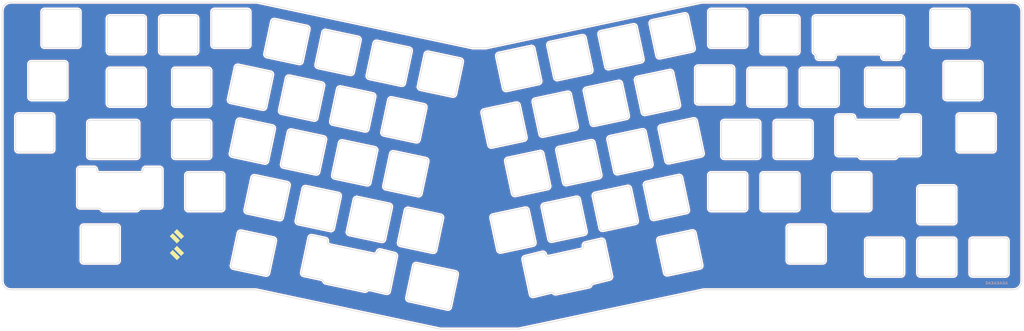
<source format=kicad_pcb>
(kicad_pcb (version 20171130) (host pcbnew 5.1.10-88a1d61d58~90~ubuntu21.04.1)
  (layers (0 F.Cu signal) (31 B.Cu signal) (34 B.Paste user) (35 F.Paste user) (36 B.SilkS user) (37 F.SilkS user) (38 B.Mask user) (39 F.Mask user) (44 Edge.Cuts user))
  (net 0 "")
  (module basketweave:logo_plate (layer B.Cu) (at 88.8492 130.1496 180)
    (fp_text reference G*** hide)
    (fp_text value LOGO hide)
  )
  (gr_arc (start 320.524504 60.387507) (end 319.524504 60.387507) (angle -90) (layer Edge.Cuts) (width 0.2))
  (gr_line (start 351.4875 58.387506) (end 351.4875 46.3875) (layer Edge.Cuts) (width 0.2))
  (gr_arc (start 319.4375 58.3875) (end 318.4375 58.3875) (angle -62.83851153) (layer Edge.Cuts) (width 0.2))
  (gr_arc (start 344.400517 60.387507) (end 343.400517 60.387507) (angle -90) (layer Edge.Cuts) (width 0.2))
  (gr_arc (start 351.4005 60.166952) (end 350.4005 60.166952) (angle 62.83851153) (layer Edge.Cuts) (width 0.2))
  (gr_arc (start 350.4875 58.387506) (end 351.4875 58.387506) (angle 62.83851153) (layer Edge.Cuts) (width 0.2))
  (gr_line (start 350.482515 45.387499) (end 319.432509 45.387499) (layer Edge.Cuts) (width 0.2))
  (gr_arc (start 349.40052 60.387507) (end 349.40052 61.387508) (angle -90) (layer Edge.Cuts) (width 0.2))
  (gr_line (start 344.400517 61.387508) (end 349.40052 61.387508) (layer Edge.Cuts) (width 0.2))
  (gr_arc (start 319.4375 46.3875) (end 319.4375 45.3875) (angle -90) (layer Edge.Cuts) (width 0.2))
  (gr_arc (start 325.524507 60.387507) (end 325.524507 61.387508) (angle -90) (layer Edge.Cuts) (width 0.2))
  (gr_arc (start 350.487499 46.3875) (end 351.4875 46.3875) (angle -90) (layer Edge.Cuts) (width 0.2))
  (gr_line (start 320.524504 61.387508) (end 325.524507 61.387508) (layer Edge.Cuts) (width 0.2))
  (gr_line (start 350.4005 60.166952) (end 350.400521 60.387507) (layer Edge.Cuts) (width 0.2))
  (gr_arc (start 342.400516 60.387507) (end 343.400517 60.387507) (angle -90) (layer Edge.Cuts) (width 0.2))
  (gr_arc (start 318.5245 60.166946) (end 319.5245 60.166946) (angle -62.83851153) (layer Edge.Cuts) (width 0.2))
  (gr_line (start 327.524508 59.387507) (end 342.400516 59.387507) (layer Edge.Cuts) (width 0.2))
  (gr_arc (start 327.524508 60.387507) (end 327.524508 59.387507) (angle -90) (layer Edge.Cuts) (width 0.2))
  (gr_arc (start 312.3875 46.3875) (end 313.3875 46.3875) (angle -90) (layer Edge.Cuts) (width 0.2))
  (gr_line (start 318.4375 46.3875) (end 318.4375 58.3875) (layer Edge.Cuts) (width 0.2))
  (gr_line (start 319.5245 60.166946) (end 319.524504 60.387507) (layer Edge.Cuts) (width 0.2))
  (gr_text JLCJLCJLCJLC (at 389.5598 142.7734) (layer B.SilkS) (effects (font (size 0.8 0.8)) (justify left mirror)))
  (gr_arc (start 28.9275 82.10625) (end 28.9275 81.10625) (angle -90) (layer Edge.Cuts) (width 0.2))
  (gr_arc (start 28.9275 94.10625) (end 27.9275 94.10625) (angle -90) (layer Edge.Cuts) (width 0.2))
  (gr_line (start 28.9275 81.10625) (end 40.9275 81.10625) (layer Edge.Cuts) (width 0.2))
  (gr_line (start 40.9275 95.10625) (end 28.9275 95.10625) (layer Edge.Cuts) (width 0.2))
  (gr_arc (start 40.9275 94.10625) (end 40.9275 95.10625) (angle -90) (layer Edge.Cuts) (width 0.2))
  (gr_line (start 41.9275 82.10625) (end 41.9275 94.10625) (layer Edge.Cuts) (width 0.2))
  (gr_arc (start 40.9275 82.10625) (end 41.9275 82.10625) (angle -90) (layer Edge.Cuts) (width 0.2))
  (gr_line (start 27.9275 94.10625) (end 27.9275 82.10625) (layer Edge.Cuts) (width 0.2))
  (gr_arc (start 45.6875 63.05625) (end 46.6875 63.05625) (angle -90) (layer Edge.Cuts) (width 0.2))
  (gr_arc (start 33.6875 75.05625) (end 32.6875 75.05625) (angle -90) (layer Edge.Cuts) (width 0.2))
  (gr_line (start 45.6875 76.05625) (end 33.6875 76.05625) (layer Edge.Cuts) (width 0.2))
  (gr_line (start 32.6875 75.05625) (end 32.6875 63.05625) (layer Edge.Cuts) (width 0.2))
  (gr_line (start 46.6875 63.05625) (end 46.6875 75.05625) (layer Edge.Cuts) (width 0.2))
  (gr_arc (start 33.6875 63.05625) (end 33.6875 62.05625) (angle -90) (layer Edge.Cuts) (width 0.2))
  (gr_arc (start 45.6875 75.05625) (end 45.6875 76.05625) (angle -90) (layer Edge.Cuts) (width 0.2))
  (gr_line (start 33.6875 62.05625) (end 45.6875 62.05625) (layer Edge.Cuts) (width 0.2))
  (gr_line (start 380.0625 63.05625) (end 380.0625 75.05625) (layer Edge.Cuts) (width 0.2))
  (gr_arc (start 379.0625 75.05625) (end 379.0625 76.05625) (angle -90) (layer Edge.Cuts) (width 0.2))
  (gr_line (start 379.0625 76.05625) (end 367.0625 76.05625) (layer Edge.Cuts) (width 0.2))
  (gr_arc (start 379.0625 63.05625) (end 380.0625 63.05625) (angle -90) (layer Edge.Cuts) (width 0.2))
  (gr_arc (start 367.0625 63.05625) (end 367.0625 62.05625) (angle -90) (layer Edge.Cuts) (width 0.2))
  (gr_line (start 367.0625 62.05625) (end 379.0625 62.05625) (layer Edge.Cuts) (width 0.2))
  (gr_arc (start 367.0625 75.05625) (end 366.0625 75.05625) (angle -90) (layer Edge.Cuts) (width 0.2))
  (gr_line (start 366.0625 75.05625) (end 366.0625 63.05625) (layer Edge.Cuts) (width 0.2))
  (gr_line (start 174.042718 135.61229) (end 188.110514 138.58875) (layer Edge.Cuts) (width 0.2))
  (gr_line (start 262.550733 126.213914) (end 274.308691 123.72975) (layer Edge.Cuts) (width 0.2))
  (gr_arc (start 223.127232 147.182058) (end 223.870377 146.512927) (angle -60) (layer Edge.Cuts) (width 0.2))
  (gr_arc (start 216.374249 146.778756) (end 215.396102 146.986669) (angle -90) (layer Edge.Cuts) (width 0.2))
  (gr_line (start 264.275437 139.137745) (end 261.780497 127.399974) (layer Edge.Cuts) (width 0.2))
  (gr_line (start 185.199748 152.366756) (end 171.131956 149.306356) (layer Edge.Cuts) (width 0.2))
  (gr_arc (start 139.152879 142.489215) (end 140.103936 142.180198) (angle -60) (layer Edge.Cuts) (width 0.2))
  (gr_arc (start 235.6604 129.066989) (end 235.452488 128.08884) (angle -90) (layer Edge.Cuts) (width 0.2))
  (gr_arc (start 173.834807 136.590438) (end 174.042718 135.61229) (angle -90) (layer Edge.Cuts) (width 0.2))
  (gr_line (start 188.88075 139.77481) (end 186.385808 151.59652) (layer Edge.Cuts) (width 0.2))
  (gr_line (start 277.219454 137.423814) (end 265.461496 139.907981) (layer Edge.Cuts) (width 0.2))
  (gr_line (start 170.36172 148.120298) (end 172.85666 136.382527) (layer Edge.Cuts) (width 0.2))
  (gr_arc (start 171.339867 148.328209) (end 170.36172 148.120298) (angle -90) (layer Edge.Cuts) (width 0.2))
  (gr_arc (start 277.011543 136.445667) (end 277.219454 137.423814) (angle -90) (layer Edge.Cuts) (width 0.2))
  (gr_line (start 245.093662 140.263905) (end 242.39081 127.547986) (layer Edge.Cuts) (width 0.2))
  (gr_line (start 275.49475 124.499985) (end 277.98969 136.237756) (layer Edge.Cuts) (width 0.2))
  (gr_arc (start 262.758644 127.192062) (end 262.550733 126.213914) (angle -90) (layer Edge.Cuts) (width 0.2))
  (gr_arc (start 221.947181 132.067705) (end 220.969033 132.275618) (angle -90) (layer Edge.Cuts) (width 0.2))
  (gr_arc (start 185.40766 151.388608) (end 185.199748 152.366756) (angle -90) (layer Edge.Cuts) (width 0.2))
  (gr_arc (start 265.253585 138.929833) (end 264.275437 139.137745) (angle -90) (layer Edge.Cuts) (width 0.2))
  (gr_arc (start 219.990886 132.48353) (end 220.969033 132.275618) (angle -90) (layer Edge.Cuts) (width 0.2))
  (gr_arc (start 274.516603 124.707897) (end 275.49475 124.499985) (angle -90) (layer Edge.Cuts) (width 0.2))
  (gr_arc (start 187.902602 139.566898) (end 188.88075 139.77481) (angle -90) (layer Edge.Cuts) (width 0.2))
  (gr_arc (start 236.621299 143.298611) (end 236.82921 144.276759) (angle -60) (layer Edge.Cuts) (width 0.2))
  (gr_arc (start 141.054991 141.871181) (end 140.103936 142.180198) (angle -60) (layer Edge.Cuts) (width 0.2))
  (gr_arc (start 224.613521 145.843797) (end 223.870377 146.512927) (angle -60) (layer Edge.Cuts) (width 0.2))
  (gr_arc (start 163.137602 145.653518) (end 162.92969 146.631666) (angle -90) (layer Edge.Cuts) (width 0.2))
  (gr_arc (start 213.671398 134.062838) (end 213.463486 133.084691) (angle -90) (layer Edge.Cuts) (width 0.2))
  (gr_arc (start 140.602884 127.462313) (end 141.581031 127.670225) (angle -90) (layer Edge.Cuts) (width 0.2))
  (gr_line (start 215.396102 146.986669) (end 212.69325 134.27075) (layer Edge.Cuts) (width 0.2))
  (gr_line (start 216.582162 147.756903) (end 222.91932 146.20391) (layer Edge.Cuts) (width 0.2))
  (gr_arc (start 133.009294 139.138673) (end 132.031146 138.930762) (angle -90) (layer Edge.Cuts) (width 0.2))
  (gr_line (start 235.452488 128.08884) (end 241.20475 126.77775) (layer Edge.Cuts) (width 0.2))
  (gr_line (start 162.92969 146.631666) (end 156.899964 145.234235) (layer Edge.Cuts) (width 0.2))
  (gr_arc (start 158.634103 131.225031) (end 158.426191 132.203179) (angle -90) (layer Edge.Cuts) (width 0.2))
  (gr_arc (start 238.523411 143.916646) (end 238.3155 142.9385) (angle -60) (layer Edge.Cuts) (width 0.2))
  (gr_line (start 140.810795 126.484165) (end 135.920057 125.444607) (layer Edge.Cuts) (width 0.2))
  (gr_line (start 238.3155 142.9385) (end 244.323425 141.449966) (layer Edge.Cuts) (width 0.2))
  (gr_arc (start 156.692053 146.212381) (end 156.899964 145.234235) (angle -60) (layer Edge.Cuts) (width 0.2))
  (gr_line (start 132.801382 140.116821) (end 139.360791 141.511067) (layer Edge.Cuts) (width 0.2))
  (gr_arc (start 155.205763 144.874121) (end 154.997851 145.852269) (angle -60) (layer Edge.Cuts) (width 0.2))
  (gr_arc (start 241.412662 127.755898) (end 242.39081 127.547986) (angle -90) (layer Edge.Cuts) (width 0.2))
  (gr_arc (start 165.752817 132.9376) (end 166.730965 133.145511) (angle -90) (layer Edge.Cuts) (width 0.2))
  (gr_line (start 154.997851 145.852269) (end 140.84708 142.849328) (layer Edge.Cuts) (width 0.2))
  (gr_line (start 132.031146 138.930762) (end 134.733998 126.214843) (layer Edge.Cuts) (width 0.2))
  (gr_line (start 222.155094 133.045853) (end 233.912016 130.460961) (layer Edge.Cuts) (width 0.2))
  (gr_arc (start 233.704105 129.482812) (end 233.912016 130.460961) (angle -90) (layer Edge.Cuts) (width 0.2))
  (gr_line (start 236.82921 144.276759) (end 224.821433 146.821944) (layer Edge.Cuts) (width 0.2))
  (gr_line (start 165.960728 131.959452) (end 160.79831 130.662706) (layer Edge.Cuts) (width 0.2))
  (gr_arc (start 135.712146 126.422755) (end 135.920057 125.444607) (angle -90) (layer Edge.Cuts) (width 0.2))
  (gr_line (start 142.351267 128.856284) (end 158.426191 132.203179) (layer Edge.Cuts) (width 0.2))
  (gr_line (start 164.11575 145.86143) (end 166.730965 133.145511) (layer Edge.Cuts) (width 0.2))
  (gr_arc (start 244.115513 140.471817) (end 244.323425 141.449966) (angle -90) (layer Edge.Cuts) (width 0.2))
  (gr_line (start 219.782974 131.505383) (end 213.463486 133.084691) (layer Edge.Cuts) (width 0.2))
  (gr_arc (start 142.559179 127.878136) (end 141.581031 127.670225) (angle -90) (layer Edge.Cuts) (width 0.2))
  (gr_arc (start 160.590398 131.640854) (end 160.79831 130.662706) (angle -90) (layer Edge.Cuts) (width 0.2))
  (gr_arc (start 168.312943 128.209228) (end 167.334796 128.001317) (angle -90) (layer Edge.Cuts) (width 0.2))
  (gr_arc (start 334.68025 82.4875) (end 333.68025 82.4875) (angle -90) (layer Edge.Cuts) (width 0.2))
  (gr_line (start 80.33125 115.5375) (end 73.625301 115.537501) (layer Edge.Cuts) (width 0.2))
  (gr_arc (start 56.45525 101.5375) (end 57.45525 101.5375) (angle -90) (layer Edge.Cuts) (width 0.2))
  (gr_arc (start 58.45525 101.5375) (end 57.45525 101.5375) (angle -90) (layer Edge.Cuts) (width 0.2))
  (gr_line (start 56.45525 100.5375) (end 51.45525 100.5375) (layer Edge.Cuts) (width 0.2))
  (gr_line (start 332.68025 81.4875) (end 327.68025 81.4875) (layer Edge.Cuts) (width 0.2))
  (gr_arc (start 51.45525 101.5375) (end 51.45525 100.5375) (angle -90) (layer Edge.Cuts) (width 0.2))
  (gr_arc (start 327.68025 95.4875) (end 326.68025 95.4875) (angle -90) (layer Edge.Cuts) (width 0.2))
  (gr_line (start 50.45525 114.5375) (end 50.45525 101.5375) (layer Edge.Cuts) (width 0.2))
  (gr_line (start 80.33125 100.5375) (end 75.33125 100.5375) (layer Edge.Cuts) (width 0.2))
  (gr_arc (start 351.55625 82.4875) (end 351.55625 81.4875) (angle -90) (layer Edge.Cuts) (width 0.2))
  (gr_arc (start 80.33125 101.5375) (end 81.33125 101.5375) (angle -90) (layer Edge.Cuts) (width 0.2))
  (gr_line (start 81.33125 114.5375) (end 81.33125 101.5375) (layer Edge.Cuts) (width 0.2))
  (gr_arc (start 73.625301 116.537501) (end 73.625301 115.537501) (angle -60) (layer Edge.Cuts) (width 0.2))
  (gr_arc (start 332.68025 82.4875) (end 333.68025 82.4875) (angle -90) (layer Edge.Cuts) (width 0.2))
  (gr_arc (start 59.89325 115.537501) (end 59.027225 116.037501) (angle -60) (layer Edge.Cuts) (width 0.2))
  (gr_arc (start 73.33125 101.5375) (end 73.33125 102.537501) (angle -90) (layer Edge.Cuts) (width 0.2))
  (gr_line (start 327.68025 96.4875) (end 334.3862 96.487501) (layer Edge.Cuts) (width 0.2))
  (gr_arc (start 71.89325 115.537501) (end 71.89325 116.537501) (angle -60) (layer Edge.Cuts) (width 0.2))
  (gr_line (start 357.55625 95.4875) (end 357.55625 82.4875) (layer Edge.Cuts) (width 0.2))
  (gr_arc (start 58.1612 116.537501) (end 59.027225 116.037501) (angle -60) (layer Edge.Cuts) (width 0.2))
  (gr_arc (start 80.33125 114.5375) (end 80.33125 115.5375) (angle -90) (layer Edge.Cuts) (width 0.2))
  (gr_arc (start 75.33125 101.5375) (end 75.33125 100.5375) (angle -90) (layer Edge.Cuts) (width 0.2))
  (gr_arc (start 51.45525 114.5375) (end 50.45525 114.5375) (angle -90) (layer Edge.Cuts) (width 0.2))
  (gr_line (start 51.45525 115.5375) (end 58.1612 115.537501) (layer Edge.Cuts) (width 0.2))
  (gr_poly (pts (xy 86.6775 123.22175) (xy 89.2175 125.76175) (xy 88.2015 126.77775) (xy 85.6615 124.23775)) (layer F.SilkS) (width 0.1))
  (gr_poly (pts (xy 85.1535 124.74575) (xy 87.6935 127.28575) (xy 86.6775 128.30175) (xy 84.1375 125.76175)) (layer F.SilkS) (width 0.1))
  (gr_poly (pts (xy 88.2015 132.87375) (xy 85.6615 130.33375) (xy 86.6775 129.31775) (xy 89.2175 131.85775)) (layer F.SilkS) (width 0.1))
  (gr_poly (pts (xy 86.6775 134.39775) (xy 84.1375 131.85775) (xy 85.1535 130.84175) (xy 87.6935 133.38175)) (layer F.SilkS) (width 0.1))
  (gr_arc (start 168.640727 69.852137) (end 168.432815 70.830285) (angle -90) (layer Edge.Cuts) (width 0.2))
  (gr_arc (start 175.536668 71.317913) (end 174.558521 71.110002) (angle -90) (layer Edge.Cuts) (width 0.2))
  (gr_line (start 172.113816 58.322278) (end 169.618874 70.060048) (layer Edge.Cuts) (width 0.2))
  (gr_arc (start 171.135668 58.114366) (end 172.113816 58.322278) (angle -90) (layer Edge.Cuts) (width 0.2))
  (gr_line (start 174.558521 71.110002) (end 177.053461 59.372231) (layer Edge.Cuts) (width 0.2))
  (gr_line (start 168.432815 70.830285) (end 156.695045 68.335343) (layer Edge.Cuts) (width 0.2))
  (gr_line (start 155.924809 67.149285) (end 158.419749 55.411514) (layer Edge.Cuts) (width 0.2))
  (gr_arc (start 178.031608 59.580142) (end 178.239519 58.601994) (angle -90) (layer Edge.Cuts) (width 0.2))
  (gr_line (start 178.239519 58.601994) (end 189.977291 61.096935) (layer Edge.Cuts) (width 0.2))
  (gr_line (start 190.747528 62.282995) (end 188.252586 74.020765) (layer Edge.Cuts) (width 0.2))
  (gr_line (start 161.280947 87.763355) (end 163.775887 76.025584) (layer Edge.Cuts) (width 0.2))
  (gr_arc (start 156.902956 67.357196) (end 155.924809 67.149285) (angle -90) (layer Edge.Cuts) (width 0.2))
  (gr_arc (start 187.274439 73.812854) (end 187.066527 74.791002) (angle -90) (layer Edge.Cuts) (width 0.2))
  (gr_arc (start 189.76938 62.075083) (end 190.747528 62.282995) (angle -90) (layer Edge.Cuts) (width 0.2))
  (gr_line (start 173.788953 91.444355) (end 162.051183 88.949413) (layer Edge.Cuts) (width 0.2))
  (gr_line (start 164.961945 75.255347) (end 176.699717 77.750288) (layer Edge.Cuts) (width 0.2))
  (gr_arc (start 164.754034 76.233495) (end 164.961945 75.255347) (angle -90) (layer Edge.Cuts) (width 0.2))
  (gr_arc (start 173.996865 90.466207) (end 173.788953 91.444355) (angle -90) (layer Edge.Cuts) (width 0.2))
  (gr_line (start 159.605807 54.641277) (end 171.343579 57.136218) (layer Edge.Cuts) (width 0.2))
  (gr_arc (start 159.397896 55.619425) (end 159.605807 54.641277) (angle -90) (layer Edge.Cuts) (width 0.2))
  (gr_line (start 187.066527 74.791002) (end 175.328757 72.29606) (layer Edge.Cuts) (width 0.2))
  (gr_arc (start 138.269244 63.396478) (end 137.291097 63.188567) (angle -90) (layer Edge.Cuts) (width 0.2))
  (gr_line (start 153.480104 54.36156) (end 150.985162 66.09933) (layer Edge.Cuts) (width 0.2))
  (gr_line (start 131.165392 62.908849) (end 119.427622 60.413907) (layer Edge.Cuts) (width 0.2))
  (gr_arc (start 119.635533 59.43576) (end 118.657386 59.227849) (angle -90) (layer Edge.Cuts) (width 0.2))
  (gr_line (start 140.972095 50.680559) (end 152.709867 53.1755) (layer Edge.Cuts) (width 0.2))
  (gr_line (start 149.799103 66.869567) (end 138.061333 64.374625) (layer Edge.Cuts) (width 0.2))
  (gr_arc (start 150.007015 65.891419) (end 149.799103 66.869567) (angle -90) (layer Edge.Cuts) (width 0.2))
  (gr_arc (start 133.868245 50.19293) (end 134.846393 50.400842) (angle -90) (layer Edge.Cuts) (width 0.2))
  (gr_line (start 137.291097 63.188567) (end 139.786037 51.450796) (layer Edge.Cuts) (width 0.2))
  (gr_line (start 122.338384 46.719841) (end 134.076156 49.214782) (layer Edge.Cuts) (width 0.2))
  (gr_arc (start 140.764184 51.658707) (end 140.972095 50.680559) (angle -90) (layer Edge.Cuts) (width 0.2))
  (gr_arc (start 152.501956 54.153648) (end 153.480104 54.36156) (angle -90) (layer Edge.Cuts) (width 0.2))
  (gr_arc (start 122.130473 47.697989) (end 122.338384 46.719841) (angle -90) (layer Edge.Cuts) (width 0.2))
  (gr_arc (start 131.373304 61.930701) (end 131.165392 62.908849) (angle -90) (layer Edge.Cuts) (width 0.2))
  (gr_line (start 118.657386 59.227849) (end 121.152326 47.490078) (layer Edge.Cuts) (width 0.2))
  (gr_line (start 134.846393 50.400842) (end 132.351451 62.138612) (layer Edge.Cuts) (width 0.2))
  (gr_arc (start 238.489857 84.446427) (end 237.511709 84.654339) (angle -90) (layer Edge.Cuts) (width 0.2))
  (gr_arc (start 259.984766 48.133868) (end 259.776855 47.15572) (angle -90) (layer Edge.Cuts) (width 0.2))
  (gr_line (start 242.867848 64.040268) (end 240.372908 52.302497) (layer Edge.Cuts) (width 0.2))
  (gr_line (start 217.153294 75.691226) (end 228.891065 73.196286) (layer Edge.Cuts) (width 0.2))
  (gr_arc (start 235.994916 72.708656) (end 235.787005 71.730508) (angle -90) (layer Edge.Cuts) (width 0.2))
  (gr_line (start 222.509432 55.077155) (end 234.247203 52.582215) (layer Edge.Cuts) (width 0.2))
  (gr_arc (start 222.717343 56.055303) (end 222.509432 55.077155) (angle -90) (layer Edge.Cuts) (width 0.2))
  (gr_line (start 259.776855 47.15572) (end 271.514626 44.66078) (layer Edge.Cuts) (width 0.2))
  (gr_line (start 218.524254 70.236999) (end 206.786483 72.73194) (layer Edge.Cuts) (width 0.2))
  (gr_arc (start 206.578572 71.753792) (end 205.600424 71.961704) (angle -90) (layer Edge.Cuts) (width 0.2))
  (gr_line (start 255.791678 62.315563) (end 244.053907 64.810504) (layer Edge.Cuts) (width 0.2))
  (gr_line (start 256.145421 80.693621) (end 253.650481 68.95585) (layer Edge.Cuts) (width 0.2))
  (gr_arc (start 225.212284 67.793074) (end 224.234136 68.000986) (angle -90) (layer Edge.Cuts) (width 0.2))
  (gr_line (start 216.79955 57.313169) (end 219.29449 69.05094) (layer Edge.Cuts) (width 0.2))
  (gr_arc (start 274.217478 57.376699) (end 274.425389 58.354846) (angle -90) (layer Edge.Cuts) (width 0.2))
  (gr_arc (start 217.361205 76.669374) (end 217.153294 75.691226) (angle -90) (layer Edge.Cuts) (width 0.2))
  (gr_line (start 261.501559 60.079551) (end 259.006619 48.34178) (layer Edge.Cuts) (width 0.2))
  (gr_arc (start 257.123569 80.485709) (end 256.145421 80.693621) (angle -90) (layer Edge.Cuts) (width 0.2))
  (gr_line (start 254.066974 49.391733) (end 256.561914 61.129504) (layer Edge.Cuts) (width 0.2))
  (gr_arc (start 218.316343 69.258852) (end 218.524254 70.236999) (angle -90) (layer Edge.Cuts) (width 0.2))
  (gr_arc (start 262.479707 59.871639) (end 261.501559 60.079551) (angle -90) (layer Edge.Cuts) (width 0.2))
  (gr_arc (start 391.31875 43.65625) (end 394.49375 43.65625) (angle -90) (layer Edge.Cuts) (width 0.2))
  (gr_arc (start 26.19375 43.65625) (end 26.19375 40.48125) (angle -90) (layer Edge.Cuts) (width 0.2))
  (gr_line (start 182.5625 159.54375) (end 211.1375 159.54375) (layer Edge.Cuts) (width 0.2))
  (gr_line (start 248.710835 70.005804) (end 251.205775 81.743575) (layer Edge.Cuts) (width 0.2))
  (gr_arc (start 201.222434 92.367862) (end 200.244286 92.575774) (angle -90) (layer Edge.Cuts) (width 0.2))
  (gr_line (start 213.168116 90.851069) (end 201.430345 93.34601) (layer Edge.Cuts) (width 0.2))
  (gr_arc (start 243.845996 63.832356) (end 242.867848 64.040268) (angle -90) (layer Edge.Cuts) (width 0.2))
  (gr_line (start 231.801828 86.890352) (end 220.064057 89.385293) (layer Edge.Cuts) (width 0.2))
  (gr_arc (start 215.821403 57.521081) (end 216.79955 57.313169) (angle -90) (layer Edge.Cuts) (width 0.2))
  (gr_arc (start 234.455115 53.560363) (end 235.433262 53.352451) (angle -90) (layer Edge.Cuts) (width 0.2))
  (gr_line (start 218.877998 88.615057) (end 216.383058 76.877286) (layer Edge.Cuts) (width 0.2))
  (gr_arc (start 198.727493 80.630091) (end 198.519582 79.651943) (angle -90) (layer Edge.Cuts) (width 0.2))
  (gr_arc (start 266.3664 66.252998) (end 267.344547 66.045086) (angle -90) (layer Edge.Cuts) (width 0.2))
  (gr_line (start 198.519582 79.651943) (end 210.257353 77.157003) (layer Edge.Cuts) (width 0.2))
  (gr_line (start 211.443412 77.927239) (end 213.938352 89.66501) (layer Edge.Cuts) (width 0.2))
  (gr_arc (start 231.593917 85.912205) (end 231.801828 86.890352) (angle -90) (layer Edge.Cuts) (width 0.2))
  (gr_arc (start 210.465265 78.135151) (end 211.443412 77.927239) (angle -90) (layer Edge.Cuts) (width 0.2))
  (gr_line (start 200.244286 92.575774) (end 197.749346 80.838003) (layer Edge.Cuts) (width 0.2))
  (gr_line (start 272.700685 45.431016) (end 275.195625 57.168787) (layer Edge.Cuts) (width 0.2))
  (gr_arc (start 271.722538 45.638928) (end 272.700685 45.431016) (angle -90) (layer Edge.Cuts) (width 0.2))
  (gr_line (start 230.077124 73.966522) (end 232.572064 85.704293) (layer Edge.Cuts) (width 0.2))
  (gr_arc (start 212.960205 89.872922) (end 213.168116 90.851069) (angle -90) (layer Edge.Cuts) (width 0.2))
  (gr_line (start 241.143144 51.116437) (end 252.880915 48.621497) (layer Edge.Cuts) (width 0.2))
  (gr_arc (start 255.583767 61.337416) (end 255.791678 62.315563) (angle -90) (layer Edge.Cuts) (width 0.2))
  (gr_arc (start 241.351055 52.094585) (end 241.143144 51.116437) (angle -90) (layer Edge.Cuts) (width 0.2))
  (gr_arc (start 250.227628 81.951487) (end 250.435539 82.929634) (angle -90) (layer Edge.Cuts) (width 0.2))
  (gr_arc (start 236.950055 65.298134) (end 237.157966 66.276281) (angle -90) (layer Edge.Cuts) (width 0.2))
  (gr_line (start 224.234136 68.000986) (end 221.739196 56.263215) (layer Edge.Cuts) (width 0.2))
  (gr_line (start 203.87572 59.037873) (end 215.613491 56.542933) (layer Edge.Cuts) (width 0.2))
  (gr_arc (start 219.856146 88.407145) (end 218.877998 88.615057) (angle -90) (layer Edge.Cuts) (width 0.2))
  (gr_line (start 250.435539 82.929634) (end 238.697768 85.424575) (layer Edge.Cuts) (width 0.2))
  (gr_line (start 235.433262 53.352451) (end 237.928202 65.090222) (layer Edge.Cuts) (width 0.2))
  (gr_arc (start 204.083631 60.016021) (end 203.87572 59.037873) (angle -90) (layer Edge.Cuts) (width 0.2))
  (gr_line (start 237.157966 66.276281) (end 225.420195 68.771222) (layer Edge.Cuts) (width 0.2))
  (gr_line (start 205.600424 71.961704) (end 203.105484 60.223933) (layer Edge.Cuts) (width 0.2))
  (gr_line (start 391.31875 145.25625) (end 278.60625 145.25625) (layer Edge.Cuts) (width 0.2))
  (gr_arc (start 391.31875 142.08125) (end 391.31875 145.25625) (angle -90) (layer Edge.Cuts) (width 0.2))
  (gr_line (start 274.425389 58.354846) (end 262.687618 60.849787) (layer Edge.Cuts) (width 0.2))
  (gr_arc (start 229.098977 74.174434) (end 230.077124 73.966522) (angle -90) (layer Edge.Cuts) (width 0.2))
  (gr_line (start 237.511709 84.654339) (end 235.016769 72.916568) (layer Edge.Cuts) (width 0.2))
  (gr_line (start 235.787005 71.730508) (end 247.524776 69.235568) (layer Edge.Cuts) (width 0.2))
  (gr_arc (start 253.088827 49.599645) (end 254.066974 49.391733) (angle -90) (layer Edge.Cuts) (width 0.2))
  (gr_arc (start 247.732688 70.213716) (end 248.710835 70.005804) (angle -90) (layer Edge.Cuts) (width 0.2))
  (gr_line (start 357.5375 126.35) (end 369.5375 126.35) (layer Edge.Cuts) (width 0.2))
  (gr_arc (start 388.5375 127.35) (end 389.5375 127.35) (angle -90) (layer Edge.Cuts) (width 0.2))
  (gr_arc (start 369.5375 139.35) (end 369.5375 140.35) (angle -90) (layer Edge.Cuts) (width 0.2))
  (gr_line (start 26.19375 145.25625) (end 115.443 145.25625) (layer Edge.Cuts) (width 0.2))
  (gr_line (start 391.31875 40.48125) (end 277.8125 40.48125) (layer Edge.Cuts) (width 0.2))
  (gr_arc (start 357.5375 139.35) (end 356.5375 139.35) (angle -90) (layer Edge.Cuts) (width 0.2))
  (gr_arc (start 369.5375 127.35) (end 370.5375 127.35) (angle -90) (layer Edge.Cuts) (width 0.2))
  (gr_line (start 370.5375 127.35) (end 370.5375 139.35) (layer Edge.Cuts) (width 0.2))
  (gr_line (start 199.23125 57.15) (end 194.46875 57.15) (layer Edge.Cuts) (width 0.2))
  (gr_arc (start 357.5375 127.35) (end 357.5375 126.35) (angle -90) (layer Edge.Cuts) (width 0.2))
  (gr_line (start 23.01875 43.65625) (end 23.01875 142.08125) (layer Edge.Cuts) (width 0.2))
  (gr_line (start 388.5375 140.35) (end 376.5375 140.35) (layer Edge.Cuts) (width 0.2))
  (gr_line (start 369.5375 140.35) (end 357.5375 140.35) (layer Edge.Cuts) (width 0.2))
  (gr_arc (start 388.5375 139.35) (end 388.5375 140.35) (angle -90) (layer Edge.Cuts) (width 0.2))
  (gr_arc (start 350.4875 127.35) (end 351.4875 127.35) (angle -90) (layer Edge.Cuts) (width 0.2))
  (gr_line (start 278.60625 145.25625) (end 211.1375 159.54375) (layer Edge.Cuts) (width 0.2))
  (gr_line (start 115.443 145.25625) (end 182.5625 159.54375) (layer Edge.Cuts) (width 0.2))
  (gr_line (start 277.8125 40.48125) (end 199.23125 57.15) (layer Edge.Cuts) (width 0.2))
  (gr_arc (start 26.19375 142.08125) (end 23.01875 142.08125) (angle -90) (layer Edge.Cuts) (width 0.2))
  (gr_line (start 115.8875 40.48125) (end 194.46875 57.15) (layer Edge.Cuts) (width 0.2))
  (gr_line (start 376.5375 126.35) (end 388.5375 126.35) (layer Edge.Cuts) (width 0.2))
  (gr_line (start 26.19375 40.48125) (end 115.8875 40.48125) (layer Edge.Cuts) (width 0.2))
  (gr_line (start 375.5375 139.35) (end 375.5375 127.35) (layer Edge.Cuts) (width 0.2))
  (gr_arc (start 376.5375 139.35) (end 375.5375 139.35) (angle -90) (layer Edge.Cuts) (width 0.2))
  (gr_line (start 394.49375 43.65625) (end 394.49375 142.08125) (layer Edge.Cuts) (width 0.2))
  (gr_line (start 389.5375 127.35) (end 389.5375 139.35) (layer Edge.Cuts) (width 0.2))
  (gr_arc (start 376.5375 127.35) (end 376.5375 126.35) (angle -90) (layer Edge.Cuts) (width 0.2))
  (gr_line (start 356.5375 139.35) (end 356.5375 127.35) (layer Edge.Cuts) (width 0.2))
  (gr_arc (start 177.189517 98.352327) (end 178.167665 98.560239) (angle -90) (layer Edge.Cuts) (width 0.2))
  (gr_arc (start 162.956805 107.595157) (end 161.978658 107.387246) (angle -90) (layer Edge.Cuts) (width 0.2))
  (gr_arc (start 149.679231 124.24851) (end 148.701084 124.040599) (angle -90) (layer Edge.Cuts) (width 0.2))
  (gr_arc (start 174.694576 110.090098) (end 174.486664 111.068246) (angle -90) (layer Edge.Cuts) (width 0.2))
  (gr_line (start 161.20909 127.721599) (end 149.47132 125.226657) (layer Edge.Cuts) (width 0.2))
  (gr_line (start 115.114658 103.611156) (end 126.85243 106.106097) (layer Edge.Cuts) (width 0.2))
  (gr_arc (start 124.149578 118.822016) (end 123.941666 119.800164) (angle -90) (layer Edge.Cuts) (width 0.2))
  (gr_line (start 159.533953 94.599522) (end 157.039011 106.337292) (layer Edge.Cuts) (width 0.2))
  (gr_arc (start 109.932584 124.775825) (end 110.140495 123.797677) (angle -90) (layer Edge.Cuts) (width 0.2))
  (gr_arc (start 119.175415 139.008537) (end 118.967503 139.986685) (angle -90) (layer Edge.Cuts) (width 0.2))
  (gr_arc (start 121.670356 127.270766) (end 122.648504 127.478678) (angle -90) (layer Edge.Cuts) (width 0.2))
  (gr_line (start 123.941666 119.800164) (end 112.203896 117.305222) (layer Edge.Cuts) (width 0.2))
  (gr_arc (start 161.417002 126.743451) (end 161.20909 127.721599) (angle -90) (layer Edge.Cuts) (width 0.2))
  (gr_line (start 122.648504 127.478678) (end 120.153562 139.216448) (layer Edge.Cuts) (width 0.2))
  (gr_arc (start 107.437644 136.513596) (end 106.459497 136.305685) (angle -90) (layer Edge.Cuts) (width 0.2))
  (gr_line (start 110.140495 123.797677) (end 121.878267 126.292618) (layer Edge.Cuts) (width 0.2))
  (gr_arc (start 114.906747 104.589304) (end 115.114658 103.611156) (angle -90) (layer Edge.Cuts) (width 0.2))
  (gr_arc (start 158.555805 94.39161) (end 159.533953 94.599522) (angle -90) (layer Edge.Cuts) (width 0.2))
  (gr_line (start 161.978658 107.387246) (end 164.473598 95.649475) (layer Edge.Cuts) (width 0.2))
  (gr_line (start 127.622667 107.292157) (end 125.127725 119.029927) (layer Edge.Cuts) (width 0.2))
  (gr_line (start 106.459497 136.305685) (end 108.954437 124.567914) (layer Edge.Cuts) (width 0.2))
  (gr_line (start 171.015794 115.493309) (end 182.753566 117.98825) (layer Edge.Cuts) (width 0.2))
  (gr_line (start 152.382082 111.532591) (end 164.119854 114.027532) (layer Edge.Cuts) (width 0.2))
  (gr_arc (start 144.323093 103.63444) (end 143.344946 103.426529) (angle -90) (layer Edge.Cuts) (width 0.2))
  (gr_arc (start 146.818033 91.896669) (end 147.025944 90.918521) (angle -90) (layer Edge.Cuts) (width 0.2))
  (gr_line (start 133.74837 107.571874) (end 145.486142 110.066815) (layer Edge.Cuts) (width 0.2))
  (gr_arc (start 145.278231 111.044963) (end 146.256379 111.252875) (angle -90) (layer Edge.Cuts) (width 0.2))
  (gr_arc (start 152.174171 112.510739) (end 152.382082 111.532591) (angle -90) (layer Edge.Cuts) (width 0.2))
  (gr_line (start 164.890091 115.213592) (end 162.395149 126.951362) (layer Edge.Cuts) (width 0.2))
  (gr_line (start 142.575378 123.760882) (end 130.837608 121.26594) (layer Edge.Cuts) (width 0.2))
  (gr_line (start 130.067372 120.079882) (end 132.562312 108.342111) (layer Edge.Cuts) (width 0.2))
  (gr_line (start 148.701084 124.040599) (end 151.196024 112.302828) (layer Edge.Cuts) (width 0.2))
  (gr_arc (start 142.78329 122.782734) (end 142.575378 123.760882) (angle -90) (layer Edge.Cuts) (width 0.2))
  (gr_arc (start 165.451745 95.857386) (end 165.659656 94.879238) (angle -90) (layer Edge.Cuts) (width 0.2))
  (gr_arc (start 133.540459 108.550022) (end 133.74837 107.571874) (angle -90) (layer Edge.Cuts) (width 0.2))
  (gr_arc (start 131.045519 120.287793) (end 130.067372 120.079882) (angle -90) (layer Edge.Cuts) (width 0.2))
  (gr_line (start 146.256379 111.252875) (end 143.761437 122.990645) (layer Edge.Cuts) (width 0.2))
  (gr_line (start 165.659656 94.879238) (end 177.397428 97.374179) (layer Edge.Cuts) (width 0.2))
  (gr_arc (start 163.911943 115.00568) (end 164.890091 115.213592) (angle -90) (layer Edge.Cuts) (width 0.2))
  (gr_line (start 111.43366 116.119164) (end 113.9286 104.381393) (layer Edge.Cuts) (width 0.2))
  (gr_arc (start 126.644519 107.084245) (end 127.622667 107.292157) (angle -90) (layer Edge.Cuts) (width 0.2))
  (gr_arc (start 112.411807 116.327075) (end 111.43366 116.119164) (angle -90) (layer Edge.Cuts) (width 0.2))
  (gr_line (start 118.967503 139.986685) (end 107.229733 137.491743) (layer Edge.Cuts) (width 0.2))
  (gr_arc (start 156.060864 106.129381) (end 155.852952 107.107529) (angle -90) (layer Edge.Cuts) (width 0.2))
  (gr_line (start 174.486664 111.068246) (end 162.748894 108.573304) (layer Edge.Cuts) (width 0.2))
  (gr_line (start 178.167665 98.560239) (end 175.672723 110.298009) (layer Edge.Cuts) (width 0.2))
  (gr_arc (start 120.590671 66.846283) (end 121.568819 67.054195) (angle -90) (layer Edge.Cuts) (width 0.2))
  (gr_arc (start 139.224383 70.807001) (end 140.202531 71.014913) (angle -90) (layer Edge.Cuts) (width 0.2))
  (gr_line (start 140.202531 71.014913) (end 137.707589 82.752683) (layer Edge.Cuts) (width 0.2))
  (gr_arc (start 128.184321 87.935951) (end 128.392232 86.957803) (angle -90) (layer Edge.Cuts) (width 0.2))
  (gr_arc (start 139.922093 90.430892) (end 140.900241 90.638804) (angle -90) (layer Edge.Cuts) (width 0.2))
  (gr_arc (start 125.689381 99.673722) (end 124.711234 99.465811) (angle -90) (layer Edge.Cuts) (width 0.2))
  (gr_line (start 140.900241 90.638804) (end 138.405299 102.376574) (layer Edge.Cuts) (width 0.2))
  (gr_line (start 147.025944 90.918521) (end 158.763716 93.413462) (layer Edge.Cuts) (width 0.2))
  (gr_arc (start 118.09573 78.584054) (end 117.887818 79.562202) (angle -90) (layer Edge.Cuts) (width 0.2))
  (gr_arc (start 127.486611 68.31206) (end 127.694522 67.333912) (angle -90) (layer Edge.Cuts) (width 0.2))
  (gr_line (start 124.013524 79.84192) (end 126.508464 68.104149) (layer Edge.Cuts) (width 0.2))
  (gr_line (start 118.585528 99.186093) (end 106.847758 96.691151) (layer Edge.Cuts) (width 0.2))
  (gr_line (start 124.711234 99.465811) (end 127.206174 87.72804) (layer Edge.Cuts) (width 0.2))
  (gr_line (start 155.852952 107.107529) (end 144.115182 104.612587) (layer Edge.Cuts) (width 0.2))
  (gr_line (start 143.344946 103.426529) (end 145.839886 91.688758) (layer Edge.Cuts) (width 0.2))
  (gr_arc (start 143.625383 84.010548) (end 142.647236 83.802637) (angle -90) (layer Edge.Cuts) (width 0.2))
  (gr_line (start 109.75852 82.997085) (end 121.496292 85.492026) (layer Edge.Cuts) (width 0.2))
  (gr_line (start 136.52153 83.52292) (end 124.78376 81.027978) (layer Edge.Cuts) (width 0.2))
  (gr_arc (start 176.491806 78.728436) (end 177.469954 78.936348) (angle -90) (layer Edge.Cuts) (width 0.2))
  (gr_line (start 177.469954 78.936348) (end 174.975012 90.674118) (layer Edge.Cuts) (width 0.2))
  (gr_line (start 155.155242 87.483637) (end 143.417472 84.988695) (layer Edge.Cuts) (width 0.2))
  (gr_arc (start 146.120323 72.272777) (end 146.328234 71.294629) (angle -90) (layer Edge.Cuts) (width 0.2))
  (gr_arc (start 106.357959 76.089113) (end 105.379812 75.881202) (angle -90) (layer Edge.Cuts) (width 0.2))
  (gr_line (start 106.077522 95.505093) (end 108.572462 83.767322) (layer Edge.Cuts) (width 0.2))
  (gr_line (start 127.694522 67.333912) (end 139.432294 69.828853) (layer Edge.Cuts) (width 0.2))
  (gr_arc (start 109.550609 83.975233) (end 109.75852 82.997085) (angle -90) (layer Edge.Cuts) (width 0.2))
  (gr_arc (start 107.055669 95.713004) (end 106.077522 95.505093) (angle -90) (layer Edge.Cuts) (width 0.2))
  (gr_arc (start 155.363154 86.505489) (end 155.155242 87.483637) (angle -90) (layer Edge.Cuts) (width 0.2))
  (gr_line (start 105.379812 75.881202) (end 107.874752 64.143431) (layer Edge.Cuts) (width 0.2))
  (gr_line (start 142.647236 83.802637) (end 145.142176 72.064866) (layer Edge.Cuts) (width 0.2))
  (gr_line (start 117.887818 79.562202) (end 106.150048 77.06726) (layer Edge.Cuts) (width 0.2))
  (gr_line (start 121.568819 67.054195) (end 119.073877 78.791965) (layer Edge.Cuts) (width 0.2))
  (gr_arc (start 121.288381 86.470174) (end 122.266529 86.678086) (angle -90) (layer Edge.Cuts) (width 0.2))
  (gr_line (start 158.836243 74.97563) (end 156.341301 86.7134) (layer Edge.Cuts) (width 0.2))
  (gr_arc (start 136.729442 82.544772) (end 136.52153 83.52292) (angle -90) (layer Edge.Cuts) (width 0.2))
  (gr_line (start 109.06081 63.373194) (end 120.798582 65.868135) (layer Edge.Cuts) (width 0.2))
  (gr_line (start 122.266529 86.678086) (end 119.771587 98.415856) (layer Edge.Cuts) (width 0.2))
  (gr_line (start 128.392232 86.957803) (end 140.130004 89.452744) (layer Edge.Cuts) (width 0.2))
  (gr_line (start 137.21924 103.146811) (end 125.48147 100.651869) (layer Edge.Cuts) (width 0.2))
  (gr_arc (start 137.427152 102.168663) (end 137.21924 103.146811) (angle -90) (layer Edge.Cuts) (width 0.2))
  (gr_arc (start 157.858095 74.767718) (end 158.836243 74.97563) (angle -90) (layer Edge.Cuts) (width 0.2))
  (gr_line (start 146.328234 71.294629) (end 158.066006 73.78957) (layer Edge.Cuts) (width 0.2))
  (gr_arc (start 118.79344 98.207945) (end 118.585528 99.186093) (angle -90) (layer Edge.Cuts) (width 0.2))
  (gr_arc (start 124.991671 80.049831) (end 124.013524 79.84192) (angle -90) (layer Edge.Cuts) (width 0.2))
  (gr_arc (start 162.259094 87.971266) (end 161.280947 87.763355) (angle -90) (layer Edge.Cuts) (width 0.2))
  (gr_arc (start 108.852899 64.351342) (end 109.06081 63.373194) (angle -90) (layer Edge.Cuts) (width 0.2))
  (gr_line (start 216.431123 129.108672) (end 204.693352 131.603613) (layer Edge.Cuts) (width 0.2))
  (gr_arc (start 258.846774 99.595019) (end 259.054685 100.573166) (angle -90) (layer Edge.Cuts) (width 0.2))
  (gr_arc (start 265.742715 98.129242) (end 264.764567 98.337154) (angle -90) (layer Edge.Cuts) (width 0.2))
  (gr_line (start 264.764567 98.337154) (end 262.269627 86.599383) (layer Edge.Cuts) (width 0.2))
  (gr_arc (start 247.109003 102.089959) (end 246.130855 102.297871) (angle -90) (layer Edge.Cuts) (width 0.2))
  (gr_line (start 222.141005 126.87266) (end 219.646065 115.134889) (layer Edge.Cuts) (width 0.2))
  (gr_arc (start 225.98035 94.312906) (end 225.772439 93.334758) (angle -90) (layer Edge.Cuts) (width 0.2))
  (gr_arc (start 221.579351 107.516455) (end 221.787262 108.494602) (angle -90) (layer Edge.Cuts) (width 0.2))
  (gr_arc (start 209.84158 110.011395) (end 208.863432 110.219307) (angle -90) (layer Edge.Cuts) (width 0.2))
  (gr_arc (start 219.084411 95.778684) (end 220.062558 95.570772) (angle -90) (layer Edge.Cuts) (width 0.2))
  (gr_arc (start 277.480486 95.634302) (end 277.688397 96.612449) (angle -90) (layer Edge.Cuts) (width 0.2))
  (gr_line (start 275.963693 83.688619) (end 278.458633 95.42639) (layer Edge.Cuts) (width 0.2))
  (gr_arc (start 244.614062 90.352188) (end 244.406151 89.37404) (angle -90) (layer Edge.Cuts) (width 0.2))
  (gr_line (start 225.772439 93.334758) (end 237.51021 90.839818) (layer Edge.Cuts) (width 0.2))
  (gr_line (start 220.062558 95.570772) (end 222.557498 107.308543) (layer Edge.Cuts) (width 0.2))
  (gr_line (start 208.863432 110.219307) (end 206.368492 98.481536) (layer Edge.Cuts) (width 0.2))
  (gr_line (start 254.420717 67.76979) (end 266.158488 65.27485) (layer Edge.Cuts) (width 0.2))
  (gr_line (start 267.344547 66.045086) (end 269.839487 77.782857) (layer Edge.Cuts) (width 0.2))
  (gr_line (start 263.039863 85.413323) (end 274.777634 82.918383) (layer Edge.Cuts) (width 0.2))
  (gr_line (start 240.420973 104.533884) (end 228.683202 107.028825) (layer Edge.Cuts) (width 0.2))
  (gr_arc (start 237.718122 91.817966) (end 238.696269 91.610054) (angle -90) (layer Edge.Cuts) (width 0.2))
  (gr_arc (start 256.351834 87.857248) (end 257.329981 87.649336) (angle -90) (layer Edge.Cuts) (width 0.2))
  (gr_line (start 238.696269 91.610054) (end 241.191209 103.347825) (layer Edge.Cuts) (width 0.2))
  (gr_arc (start 240.213062 103.555737) (end 240.420973 104.533884) (angle -90) (layer Edge.Cuts) (width 0.2))
  (gr_line (start 207.138728 97.295476) (end 218.876499 94.800536) (layer Edge.Cuts) (width 0.2))
  (gr_line (start 277.688397 96.612449) (end 265.950626 99.10739) (layer Edge.Cuts) (width 0.2))
  (gr_line (start 269.069251 78.968916) (end 257.33148 81.463857) (layer Edge.Cuts) (width 0.2))
  (gr_arc (start 268.86134 77.990769) (end 269.069251 78.968916) (angle -90) (layer Edge.Cuts) (width 0.2))
  (gr_line (start 257.329981 87.649336) (end 259.824921 99.387107) (layer Edge.Cuts) (width 0.2))
  (gr_arc (start 254.628628 68.747938) (end 254.420717 67.76979) (angle -90) (layer Edge.Cuts) (width 0.2))
  (gr_line (start 244.406151 89.37404) (end 256.143922 86.8791) (layer Edge.Cuts) (width 0.2))
  (gr_arc (start 204.485441 130.625465) (end 203.507293 130.833377) (angle -90) (layer Edge.Cuts) (width 0.2))
  (gr_arc (start 213.728272 116.392754) (end 214.706419 116.184842) (angle -90) (layer Edge.Cuts) (width 0.2))
  (gr_line (start 246.130855 102.297871) (end 243.635915 90.5601) (layer Edge.Cuts) (width 0.2))
  (gr_line (start 203.507293 130.833377) (end 201.012353 119.095606) (layer Edge.Cuts) (width 0.2))
  (gr_arc (start 263.247774 86.391471) (end 263.039863 85.413323) (angle -90) (layer Edge.Cuts) (width 0.2))
  (gr_arc (start 216.223212 128.130525) (end 216.431123 129.108672) (angle -90) (layer Edge.Cuts) (width 0.2))
  (gr_line (start 259.054685 100.573166) (end 247.316914 103.068107) (layer Edge.Cuts) (width 0.2))
  (gr_arc (start 228.475291 106.050677) (end 227.497143 106.258589) (angle -90) (layer Edge.Cuts) (width 0.2))
  (gr_line (start 201.782589 117.909546) (end 213.52036 115.414606) (layer Edge.Cuts) (width 0.2))
  (gr_line (start 227.497143 106.258589) (end 225.002203 94.520818) (layer Edge.Cuts) (width 0.2))
  (gr_line (start 214.706419 116.184842) (end 217.201359 127.922613) (layer Edge.Cuts) (width 0.2))
  (gr_line (start 221.787262 108.494602) (end 210.049491 110.989543) (layer Edge.Cuts) (width 0.2))
  (gr_arc (start 207.346639 98.273624) (end 207.138728 97.295476) (angle -90) (layer Edge.Cuts) (width 0.2))
  (gr_arc (start 274.985546 83.896531) (end 275.963693 83.688619) (angle -90) (layer Edge.Cuts) (width 0.2))
  (gr_arc (start 201.9905 118.887694) (end 201.782589 117.909546) (angle -90) (layer Edge.Cuts) (width 0.2))
  (gr_line (start 383.825 95.10625) (end 371.825 95.10625) (layer Edge.Cuts) (width 0.2))
  (gr_line (start 374.3 57.00625) (end 362.3 57.00625) (layer Edge.Cuts) (width 0.2))
  (gr_line (start 38.45 43.00625) (end 50.45 43.00625) (layer Edge.Cuts) (width 0.2))
  (gr_arc (start 50.45 56.00625) (end 50.45 57.00625) (angle -90) (layer Edge.Cuts) (width 0.2))
  (gr_arc (start 74.2625 58.3875) (end 74.2625 59.3875) (angle -90) (layer Edge.Cuts) (width 0.2))
  (gr_arc (start 38.45 44.00625) (end 38.45 43.00625) (angle -90) (layer Edge.Cuts) (width 0.2))
  (gr_arc (start 374.3 56.00625) (end 374.3 57.00625) (angle -90) (layer Edge.Cuts) (width 0.2))
  (gr_arc (start 362.3 56.00625) (end 361.3 56.00625) (angle -90) (layer Edge.Cuts) (width 0.2))
  (gr_arc (start 362.3 44.00625) (end 362.3 43.00625) (angle -90) (layer Edge.Cuts) (width 0.2))
  (gr_line (start 375.3 44.00625) (end 375.3 56.00625) (layer Edge.Cuts) (width 0.2))
  (gr_line (start 362.3 43.00625) (end 374.3 43.00625) (layer Edge.Cuts) (width 0.2))
  (gr_line (start 361.3 56.00625) (end 361.3 44.00625) (layer Edge.Cuts) (width 0.2))
  (gr_line (start 74.2625 59.3875) (end 62.2625 59.3875) (layer Edge.Cuts) (width 0.2))
  (gr_arc (start 62.2625 58.3875) (end 61.2625 58.3875) (angle -90) (layer Edge.Cuts) (width 0.2))
  (gr_line (start 371.825 81.10625) (end 383.825 81.10625) (layer Edge.Cuts) (width 0.2))
  (gr_arc (start 371.825 82.10625) (end 371.825 81.10625) (angle -90) (layer Edge.Cuts) (width 0.2))
  (gr_arc (start 383.825 82.10625) (end 384.825 82.10625) (angle -90) (layer Edge.Cuts) (width 0.2))
  (gr_line (start 51.45 44.00625) (end 51.45 56.00625) (layer Edge.Cuts) (width 0.2))
  (gr_line (start 37.45 56.00625) (end 37.45 44.00625) (layer Edge.Cuts) (width 0.2))
  (gr_line (start 50.45 57.00625) (end 38.45 57.00625) (layer Edge.Cuts) (width 0.2))
  (gr_arc (start 38.45 56.00625) (end 37.45 56.00625) (angle -90) (layer Edge.Cuts) (width 0.2))
  (gr_arc (start 374.3 44.00625) (end 375.3 44.00625) (angle -90) (layer Edge.Cuts) (width 0.2))
  (gr_arc (start 50.45 44.00625) (end 51.45 44.00625) (angle -90) (layer Edge.Cuts) (width 0.2))
  (gr_arc (start 383.825 94.10625) (end 383.825 95.10625) (angle -90) (layer Edge.Cuts) (width 0.2))
  (gr_line (start 384.825 82.10625) (end 384.825 94.10625) (layer Edge.Cuts) (width 0.2))
  (gr_line (start 370.825 94.10625) (end 370.825 82.10625) (layer Edge.Cuts) (width 0.2))
  (gr_arc (start 371.825 94.10625) (end 370.825 94.10625) (angle -90) (layer Edge.Cuts) (width 0.2))
  (gr_arc (start 232.361984 112.432037) (end 233.340131 112.224125) (angle -90) (layer Edge.Cuts) (width 0.2))
  (gr_arc (start 250.995696 108.471319) (end 251.973843 108.263407) (angle -90) (layer Edge.Cuts) (width 0.2))
  (gr_arc (start 170.807883 116.471457) (end 171.015794 115.493309) (angle -90) (layer Edge.Cuts) (width 0.2))
  (gr_line (start 259.408429 118.951224) (end 256.913489 107.213453) (layer Edge.Cuts) (width 0.2))
  (gr_line (start 183.523803 119.17431) (end 181.028861 130.91208) (layer Edge.Cuts) (width 0.2))
  (gr_arc (start 180.050714 130.704169) (end 179.842802 131.682317) (angle -90) (layer Edge.Cuts) (width 0.2))
  (gr_line (start 257.683725 106.027393) (end 269.421496 103.532453) (layer Edge.Cuts) (width 0.2))
  (gr_line (start 270.607555 104.302689) (end 273.102495 116.04046) (layer Edge.Cuts) (width 0.2))
  (gr_arc (start 257.891636 107.005541) (end 257.683725 106.027393) (angle -90) (layer Edge.Cuts) (width 0.2))
  (gr_line (start 253.698547 121.187237) (end 241.960776 123.682178) (layer Edge.Cuts) (width 0.2))
  (gr_line (start 251.973843 108.263407) (end 254.468783 120.001178) (layer Edge.Cuts) (width 0.2))
  (gr_line (start 272.332259 117.226519) (end 260.594488 119.72146) (layer Edge.Cuts) (width 0.2))
  (gr_arc (start 253.490636 120.20909) (end 253.698547 121.187237) (angle -90) (layer Edge.Cuts) (width 0.2))
  (gr_arc (start 241.752865 122.70403) (end 240.774717 122.911942) (angle -90) (layer Edge.Cuts) (width 0.2))
  (gr_arc (start 182.545655 118.966398) (end 183.523803 119.17431) (angle -90) (layer Edge.Cuts) (width 0.2))
  (gr_arc (start 269.629408 104.510601) (end 270.607555 104.302689) (angle -90) (layer Edge.Cuts) (width 0.2))
  (gr_line (start 167.334796 128.001317) (end 169.829736 116.263546) (layer Edge.Cuts) (width 0.2))
  (gr_arc (start 272.124348 116.248372) (end 272.332259 117.226519) (angle -90) (layer Edge.Cuts) (width 0.2))
  (gr_arc (start 260.386577 118.743312) (end 259.408429 118.951224) (angle -90) (layer Edge.Cuts) (width 0.2))
  (gr_arc (start 239.257924 110.966259) (end 239.050013 109.988111) (angle -90) (layer Edge.Cuts) (width 0.2))
  (gr_line (start 240.774717 122.911942) (end 238.279777 111.174171) (layer Edge.Cuts) (width 0.2))
  (gr_line (start 179.842802 131.682317) (end 168.105032 129.187375) (layer Edge.Cuts) (width 0.2))
  (gr_line (start 239.050013 109.988111) (end 250.787784 107.493171) (layer Edge.Cuts) (width 0.2))
  (gr_line (start 235.064835 125.147955) (end 223.327064 127.642896) (layer Edge.Cuts) (width 0.2))
  (gr_line (start 220.416301 113.948829) (end 232.154072 111.453889) (layer Edge.Cuts) (width 0.2))
  (gr_line (start 233.340131 112.224125) (end 235.835071 123.961896) (layer Edge.Cuts) (width 0.2))
  (gr_arc (start 234.856924 124.169808) (end 235.064835 125.147955) (angle -90) (layer Edge.Cuts) (width 0.2))
  (gr_arc (start 220.624212 114.926977) (end 220.416301 113.948829) (angle -90) (layer Edge.Cuts) (width 0.2))
  (gr_arc (start 223.119153 126.664748) (end 222.141005 126.87266) (angle -90) (layer Edge.Cuts) (width 0.2))
  (gr_arc (start 293.3375 44.00625) (end 294.3375 44.00625) (angle -90) (layer Edge.Cuts) (width 0.2))
  (gr_line (start 102.8375 116.5375) (end 90.8375 116.5375) (layer Edge.Cuts) (width 0.2))
  (gr_arc (start 102.8375 115.5375) (end 102.8375 116.5375) (angle -90) (layer Edge.Cuts) (width 0.2))
  (gr_arc (start 86.075 84.4875) (end 86.075 83.4875) (angle -90) (layer Edge.Cuts) (width 0.2))
  (gr_arc (start 90.8375 115.5375) (end 89.8375 115.5375) (angle -90) (layer Edge.Cuts) (width 0.2))
  (gr_line (start 98.075 97.4875) (end 86.075 97.4875) (layer Edge.Cuts) (width 0.2))
  (gr_arc (start 100.3625 44.00625) (end 100.3625 43.00625) (angle -90) (layer Edge.Cuts) (width 0.2))
  (gr_arc (start 338.4875 77.4375) (end 337.4875 77.4375) (angle -90) (layer Edge.Cuts) (width 0.2))
  (gr_arc (start 300.3875 58.3875) (end 299.3875 58.3875) (angle -90) (layer Edge.Cuts) (width 0.2))
  (gr_line (start 99.075 65.4375) (end 99.075 77.4375) (layer Edge.Cuts) (width 0.2))
  (gr_line (start 85.075 96.4875) (end 85.075 84.4875) (layer Edge.Cuts) (width 0.2))
  (gr_line (start 100.3625 43.00625) (end 112.3625 43.00625) (layer Edge.Cuts) (width 0.2))
  (gr_arc (start 90.8375 103.5375) (end 90.8375 102.5375) (angle -90) (layer Edge.Cuts) (width 0.2))
  (gr_line (start 90.8375 102.5375) (end 102.8375 102.5375) (layer Edge.Cuts) (width 0.2))
  (gr_line (start 94.3125 46.3875) (end 94.3125 58.3875) (layer Edge.Cuts) (width 0.2))
  (gr_arc (start 81.3125 46.3875) (end 81.3125 45.3875) (angle -90) (layer Edge.Cuts) (width 0.2))
  (gr_line (start 350.4875 78.4375) (end 338.4875 78.4375) (layer Edge.Cuts) (width 0.2))
  (gr_arc (start 98.075 77.4375) (end 98.075 78.4375) (angle -90) (layer Edge.Cuts) (width 0.2))
  (gr_arc (start 98.075 65.4375) (end 99.075 65.4375) (angle -90) (layer Edge.Cuts) (width 0.2))
  (gr_line (start 113.3625 44.00625) (end 113.3625 56.00625) (layer Edge.Cuts) (width 0.2))
  (gr_arc (start 98.075 96.4875) (end 98.075 97.4875) (angle -90) (layer Edge.Cuts) (width 0.2))
  (gr_line (start 86.075 64.4375) (end 98.075 64.4375) (layer Edge.Cuts) (width 0.2))
  (gr_arc (start 93.3125 46.3875) (end 94.3125 46.3875) (angle -90) (layer Edge.Cuts) (width 0.2))
  (gr_line (start 103.8375 103.5375) (end 103.8375 115.5375) (layer Edge.Cuts) (width 0.2))
  (gr_arc (start 86.075 65.4375) (end 86.075 64.4375) (angle -90) (layer Edge.Cuts) (width 0.2))
  (gr_line (start 312.3875 59.3875) (end 300.3875 59.3875) (layer Edge.Cuts) (width 0.2))
  (gr_line (start 80.3125 58.3875) (end 80.3125 46.3875) (layer Edge.Cuts) (width 0.2))
  (gr_arc (start 300.3875 46.3875) (end 300.3875 45.3875) (angle -90) (layer Edge.Cuts) (width 0.2))
  (gr_line (start 93.3125 59.3875) (end 81.3125 59.3875) (layer Edge.Cuts) (width 0.2))
  (gr_arc (start 93.3125 58.3875) (end 93.3125 59.3875) (angle -90) (layer Edge.Cuts) (width 0.2))
  (gr_arc (start 64.7375 122.5875) (end 65.7375 122.5875) (angle -90) (layer Edge.Cuts) (width 0.2))
  (gr_line (start 112.3625 57.00625) (end 100.3625 57.00625) (layer Edge.Cuts) (width 0.2))
  (gr_line (start 300.3875 45.3875) (end 312.3875 45.3875) (layer Edge.Cuts) (width 0.2))
  (gr_arc (start 102.8375 103.5375) (end 103.8375 103.5375) (angle -90) (layer Edge.Cuts) (width 0.2))
  (gr_arc (start 81.3125 58.3875) (end 80.3125 58.3875) (angle -90) (layer Edge.Cuts) (width 0.2))
  (gr_line (start 52.7375 121.5875) (end 64.7375 121.5875) (layer Edge.Cuts) (width 0.2))
  (gr_line (start 299.3875 58.3875) (end 299.3875 46.3875) (layer Edge.Cuts) (width 0.2))
  (gr_line (start 86.075 83.4875) (end 98.075 83.4875) (layer Edge.Cuts) (width 0.2))
  (gr_arc (start 86.075 96.4875) (end 85.075 96.4875) (angle -90) (layer Edge.Cuts) (width 0.2))
  (gr_arc (start 350.4875 77.4375) (end 350.4875 78.4375) (angle -90) (layer Edge.Cuts) (width 0.2))
  (gr_line (start 99.075 84.4875) (end 99.075 96.4875) (layer Edge.Cuts) (width 0.2))
  (gr_line (start 293.3375 57.00625) (end 281.3375 57.00625) (layer Edge.Cuts) (width 0.2))
  (gr_arc (start 338.4875 65.4375) (end 338.4875 64.4375) (angle -90) (layer Edge.Cuts) (width 0.2))
  (gr_arc (start 293.3375 56.00625) (end 293.3375 57.00625) (angle -90) (layer Edge.Cuts) (width 0.2))
  (gr_line (start 98.075 78.4375) (end 86.075 78.4375) (layer Edge.Cuts) (width 0.2))
  (gr_arc (start 281.3375 56.00625) (end 280.3375 56.00625) (angle -90) (layer Edge.Cuts) (width 0.2))
  (gr_line (start 89.8375 115.5375) (end 89.8375 103.5375) (layer Edge.Cuts) (width 0.2))
  (gr_arc (start 86.075 77.4375) (end 85.075 77.4375) (angle -90) (layer Edge.Cuts) (width 0.2))
  (gr_arc (start 98.075 84.4875) (end 99.075 84.4875) (angle -90) (layer Edge.Cuts) (width 0.2))
  (gr_line (start 313.3875 46.3875) (end 313.3875 58.3875) (layer Edge.Cuts) (width 0.2))
  (gr_arc (start 281.3375 44.00625) (end 281.3375 43.00625) (angle -90) (layer Edge.Cuts) (width 0.2))
  (gr_arc (start 112.3625 44.00625) (end 113.3625 44.00625) (angle -90) (layer Edge.Cuts) (width 0.2))
  (gr_line (start 294.3375 44.00625) (end 294.3375 56.00625) (layer Edge.Cuts) (width 0.2))
  (gr_line (start 85.075 77.4375) (end 85.075 65.4375) (layer Edge.Cuts) (width 0.2))
  (gr_line (start 99.3625 56.00625) (end 99.3625 44.00625) (layer Edge.Cuts) (width 0.2))
  (gr_line (start 281.3375 43.00625) (end 293.3375 43.00625) (layer Edge.Cuts) (width 0.2))
  (gr_arc (start 112.3625 56.00625) (end 112.3625 57.00625) (angle -90) (layer Edge.Cuts) (width 0.2))
  (gr_arc (start 100.3625 56.00625) (end 99.3625 56.00625) (angle -90) (layer Edge.Cuts) (width 0.2))
  (gr_line (start 81.3125 45.3875) (end 93.3125 45.3875) (layer Edge.Cuts) (width 0.2))
  (gr_line (start 65.7375 122.5875) (end 65.7375 134.5875) (layer Edge.Cuts) (width 0.2))
  (gr_line (start 337.4875 77.4375) (end 337.4875 65.4375) (layer Edge.Cuts) (width 0.2))
  (gr_arc (start 312.3875 58.3875) (end 312.3875 59.3875) (angle -90) (layer Edge.Cuts) (width 0.2))
  (gr_line (start 280.3375 56.00625) (end 280.3375 44.00625) (layer Edge.Cuts) (width 0.2))
  (gr_arc (start 64.7375 134.5875) (end 64.7375 135.5875) (angle -90) (layer Edge.Cuts) (width 0.2))
  (gr_line (start 64.7375 135.5875) (end 52.7375 135.5875) (layer Edge.Cuts) (width 0.2))
  (gr_arc (start 52.7375 134.5875) (end 51.7375 134.5875) (angle -90) (layer Edge.Cuts) (width 0.2))
  (gr_line (start 58.45525 102.5375) (end 73.33125 102.537501) (layer Edge.Cuts) (width 0.2))
  (gr_line (start 54.11875 96.4875) (end 54.11875 84.4875) (layer Edge.Cuts) (width 0.2))
  (gr_arc (start 71.88125 84.4875) (end 72.88125 84.4875) (angle -90) (layer Edge.Cuts) (width 0.2))
  (gr_line (start 74.2625 78.4375) (end 62.2625 78.4375) (layer Edge.Cuts) (width 0.2))
  (gr_arc (start 74.2625 77.4375) (end 74.2625 78.4375) (angle -90) (layer Edge.Cuts) (width 0.2))
  (gr_arc (start 62.2625 77.4375) (end 61.2625 77.4375) (angle -90) (layer Edge.Cuts) (width 0.2))
  (gr_line (start 75.2625 46.3875) (end 75.2625 58.3875) (layer Edge.Cuts) (width 0.2))
  (gr_arc (start 52.7375 122.5875) (end 52.7375 121.5875) (angle -90) (layer Edge.Cuts) (width 0.2))
  (gr_line (start 55.11875 83.4875) (end 71.88125 83.4875) (layer Edge.Cuts) (width 0.2))
  (gr_arc (start 74.2625 46.3875) (end 75.2625 46.3875) (angle -90) (layer Edge.Cuts) (width 0.2))
  (gr_line (start 62.2625 45.3875) (end 74.2625 45.3875) (layer Edge.Cuts) (width 0.2))
  (gr_arc (start 62.2625 46.3875) (end 62.2625 45.3875) (angle -90) (layer Edge.Cuts) (width 0.2))
  (gr_line (start 61.2625 58.3875) (end 61.2625 46.3875) (layer Edge.Cuts) (width 0.2))
  (gr_line (start 71.89325 116.537501) (end 59.89325 116.537501) (layer Edge.Cuts) (width 0.2))
  (gr_arc (start 55.11875 96.4875) (end 54.11875 96.4875) (angle -90) (layer Edge.Cuts) (width 0.2))
  (gr_line (start 61.2625 77.4375) (end 61.2625 65.4375) (layer Edge.Cuts) (width 0.2))
  (gr_arc (start 71.88125 96.4875) (end 71.88125 97.4875) (angle -90) (layer Edge.Cuts) (width 0.2))
  (gr_line (start 51.7375 134.5875) (end 51.7375 122.5875) (layer Edge.Cuts) (width 0.2))
  (gr_line (start 72.88125 84.4875) (end 72.88125 96.4875) (layer Edge.Cuts) (width 0.2))
  (gr_line (start 71.88125 97.4875) (end 55.11875 97.4875) (layer Edge.Cuts) (width 0.2))
  (gr_arc (start 74.2625 65.4375) (end 75.2625 65.4375) (angle -90) (layer Edge.Cuts) (width 0.2))
  (gr_line (start 75.2625 65.4375) (end 75.2625 77.4375) (layer Edge.Cuts) (width 0.2))
  (gr_arc (start 55.11875 84.4875) (end 55.11875 83.4875) (angle -90) (layer Edge.Cuts) (width 0.2))
  (gr_line (start 62.2625 64.4375) (end 74.2625 64.4375) (layer Edge.Cuts) (width 0.2))
  (gr_arc (start 62.2625 65.4375) (end 62.2625 64.4375) (angle -90) (layer Edge.Cuts) (width 0.2))
  (gr_line (start 350.4875 140.35) (end 338.4875 140.35) (layer Edge.Cuts) (width 0.2))
  (gr_line (start 322.9125 122.5875) (end 322.9125 134.5875) (layer Edge.Cuts) (width 0.2))
  (gr_arc (start 293.3375 115.5375) (end 293.3375 116.5375) (angle -90) (layer Edge.Cuts) (width 0.2))
  (gr_arc (start 357.5375 108.3) (end 357.5375 107.3) (angle -90) (layer Edge.Cuts) (width 0.2))
  (gr_line (start 325.58125 115.5375) (end 325.58125 103.5375) (layer Edge.Cuts) (width 0.2))
  (gr_line (start 338.58125 116.5375) (end 326.58125 116.5375) (layer Edge.Cuts) (width 0.2))
  (gr_line (start 308.9125 134.5875) (end 308.9125 122.5875) (layer Edge.Cuts) (width 0.2))
  (gr_line (start 338.4875 126.35) (end 350.4875 126.35) (layer Edge.Cuts) (width 0.2))
  (gr_line (start 348.11825 97.487501) (end 336.11825 97.487501) (layer Edge.Cuts) (width 0.2))
  (gr_line (start 321.9125 135.5875) (end 309.9125 135.5875) (layer Edge.Cuts) (width 0.2))
  (gr_line (start 281.3375 102.5375) (end 293.3375 102.5375) (layer Edge.Cuts) (width 0.2))
  (gr_arc (start 326.58125 115.5375) (end 325.58125 115.5375) (angle -90) (layer Edge.Cuts) (width 0.2))
  (gr_line (start 299.3875 115.5375) (end 299.3875 103.5375) (layer Edge.Cuts) (width 0.2))
  (gr_line (start 356.5375 120.3) (end 356.5375 108.3) (layer Edge.Cuts) (width 0.2))
  (gr_line (start 339.58125 103.5375) (end 339.58125 115.5375) (layer Edge.Cuts) (width 0.2))
  (gr_arc (start 350.4875 139.35) (end 350.4875 140.35) (angle -90) (layer Edge.Cuts) (width 0.2))
  (gr_line (start 280.3375 115.5375) (end 280.3375 103.5375) (layer Edge.Cuts) (width 0.2))
  (gr_line (start 370.5375 108.3) (end 370.5375 120.3) (layer Edge.Cuts) (width 0.2))
  (gr_arc (start 321.9125 122.5875) (end 322.9125 122.5875) (angle -90) (layer Edge.Cuts) (width 0.2))
  (gr_line (start 313.3875 103.5375) (end 313.3875 115.5375) (layer Edge.Cuts) (width 0.2))
  (gr_line (start 357.5375 107.3) (end 369.5375 107.3) (layer Edge.Cuts) (width 0.2))
  (gr_arc (start 338.4875 139.35) (end 337.4875 139.35) (angle -90) (layer Edge.Cuts) (width 0.2))
  (gr_arc (start 357.5375 120.3) (end 356.5375 120.3) (angle -90) (layer Edge.Cuts) (width 0.2))
  (gr_line (start 326.58125 102.5375) (end 338.58125 102.5375) (layer Edge.Cuts) (width 0.2))
  (gr_line (start 294.3375 103.5375) (end 294.3375 115.5375) (layer Edge.Cuts) (width 0.2))
  (gr_arc (start 338.58125 115.5375) (end 338.58125 116.5375) (angle -90) (layer Edge.Cuts) (width 0.2))
  (gr_line (start 334.68025 83.4875) (end 349.55625 83.487501) (layer Edge.Cuts) (width 0.2))
  (gr_arc (start 338.4875 127.35) (end 338.4875 126.35) (angle -90) (layer Edge.Cuts) (width 0.2))
  (gr_line (start 337.4875 139.35) (end 337.4875 127.35) (layer Edge.Cuts) (width 0.2))
  (gr_line (start 351.4875 127.35) (end 351.4875 139.35) (layer Edge.Cuts) (width 0.2))
  (gr_arc (start 321.9125 134.5875) (end 321.9125 135.5875) (angle -90) (layer Edge.Cuts) (width 0.2))
  (gr_line (start 293.3375 116.5375) (end 281.3375 116.5375) (layer Edge.Cuts) (width 0.2))
  (gr_arc (start 317.15 84.4875) (end 318.15 84.4875) (angle -90) (layer Edge.Cuts) (width 0.2))
  (gr_line (start 318.15 84.4875) (end 318.15 96.4875) (layer Edge.Cuts) (width 0.2))
  (gr_arc (start 312.3875 115.5375) (end 312.3875 116.5375) (angle -90) (layer Edge.Cuts) (width 0.2))
  (gr_arc (start 369.5375 108.3) (end 370.5375 108.3) (angle -90) (layer Edge.Cuts) (width 0.2))
  (gr_arc (start 305.15 84.4875) (end 305.15 83.4875) (angle -90) (layer Edge.Cuts) (width 0.2))
  (gr_arc (start 309.9125 122.5875) (end 309.9125 121.5875) (angle -90) (layer Edge.Cuts) (width 0.2))
  (gr_arc (start 309.9125 134.5875) (end 308.9125 134.5875) (angle -90) (layer Edge.Cuts) (width 0.2))
  (gr_arc (start 338.58125 103.5375) (end 339.58125 103.5375) (angle -90) (layer Edge.Cuts) (width 0.2))
  (gr_line (start 304.15 96.4875) (end 304.15 84.4875) (layer Edge.Cuts) (width 0.2))
  (gr_arc (start 281.3375 103.5375) (end 281.3375 102.5375) (angle -90) (layer Edge.Cuts) (width 0.2))
  (gr_arc (start 300.3875 115.5375) (end 299.3875 115.5375) (angle -90) (layer Edge.Cuts) (width 0.2))
  (gr_line (start 369.5375 121.3) (end 357.5375 121.3) (layer Edge.Cuts) (width 0.2))
  (gr_arc (start 369.5375 120.3) (end 369.5375 121.3) (angle -90) (layer Edge.Cuts) (width 0.2))
  (gr_arc (start 312.3875 103.5375) (end 313.3875 103.5375) (angle -90) (layer Edge.Cuts) (width 0.2))
  (gr_line (start 309.9125 121.5875) (end 321.9125 121.5875) (layer Edge.Cuts) (width 0.2))
  (gr_arc (start 300.3875 103.5375) (end 300.3875 102.5375) (angle -90) (layer Edge.Cuts) (width 0.2))
  (gr_line (start 312.3875 116.5375) (end 300.3875 116.5375) (layer Edge.Cuts) (width 0.2))
  (gr_arc (start 326.58125 103.5375) (end 326.58125 102.5375) (angle -90) (layer Edge.Cuts) (width 0.2))
  (gr_arc (start 281.3375 115.5375) (end 280.3375 115.5375) (angle -90) (layer Edge.Cuts) (width 0.2))
  (gr_arc (start 293.3375 103.5375) (end 294.3375 103.5375) (angle -90) (layer Edge.Cuts) (width 0.2))
  (gr_line (start 300.3875 102.5375) (end 312.3875 102.5375) (layer Edge.Cuts) (width 0.2))
  (gr_line (start 305.15 83.4875) (end 317.15 83.4875) (layer Edge.Cuts) (width 0.2))
  (gr_line (start 317.15 97.4875) (end 305.15 97.4875) (layer Edge.Cuts) (width 0.2))
  (gr_arc (start 317.15 96.4875) (end 317.15 97.4875) (angle -90) (layer Edge.Cuts) (width 0.2))
  (gr_arc (start 305.15 96.4875) (end 304.15 96.4875) (angle -90) (layer Edge.Cuts) (width 0.2))
  (gr_arc (start 298.1 84.4875) (end 299.1 84.4875) (angle -90) (layer Edge.Cuts) (width 0.2))
  (gr_line (start 299.1 84.4875) (end 299.1 96.4875) (layer Edge.Cuts) (width 0.2))
  (gr_line (start 286.1 83.4875) (end 298.1 83.4875) (layer Edge.Cuts) (width 0.2))
  (gr_arc (start 286.1 84.4875) (end 286.1 83.4875) (angle -90) (layer Edge.Cuts) (width 0.2))
  (gr_line (start 285.1 96.4875) (end 285.1 84.4875) (layer Edge.Cuts) (width 0.2))
  (gr_line (start 298.1 97.4875) (end 286.1 97.4875) (layer Edge.Cuts) (width 0.2))
  (gr_arc (start 298.1 96.4875) (end 298.1 97.4875) (angle -90) (layer Edge.Cuts) (width 0.2))
  (gr_line (start 276.575 63.64375) (end 288.575 63.64375) (layer Edge.Cuts) (width 0.2))
  (gr_arc (start 286.1 96.4875) (end 285.1 96.4875) (angle -90) (layer Edge.Cuts) (width 0.2))
  (gr_arc (start 288.575 76.64375) (end 288.575 77.64375) (angle -90) (layer Edge.Cuts) (width 0.2))
  (gr_line (start 288.575 77.64375) (end 276.575 77.64375) (layer Edge.Cuts) (width 0.2))
  (gr_arc (start 307.625 65.4375) (end 308.625 65.4375) (angle -90) (layer Edge.Cuts) (width 0.2))
  (gr_line (start 308.625 65.4375) (end 308.625 77.4375) (layer Edge.Cuts) (width 0.2))
  (gr_arc (start 288.575 64.64375) (end 289.575 64.64375) (angle -90) (layer Edge.Cuts) (width 0.2))
  (gr_arc (start 295.625 65.4375) (end 295.625 64.4375) (angle -90) (layer Edge.Cuts) (width 0.2))
  (gr_arc (start 326.675 65.4375) (end 327.675 65.4375) (angle -90) (layer Edge.Cuts) (width 0.2))
  (gr_line (start 314.675 64.4375) (end 326.675 64.4375) (layer Edge.Cuts) (width 0.2))
  (gr_line (start 313.675 77.4375) (end 313.675 65.4375) (layer Edge.Cuts) (width 0.2))
  (gr_line (start 326.675 78.4375) (end 314.675 78.4375) (layer Edge.Cuts) (width 0.2))
  (gr_arc (start 314.675 77.4375) (end 313.675 77.4375) (angle -90) (layer Edge.Cuts) (width 0.2))
  (gr_arc (start 276.575 64.64375) (end 276.575 63.64375) (angle -90) (layer Edge.Cuts) (width 0.2))
  (gr_arc (start 295.625 77.4375) (end 294.625 77.4375) (angle -90) (layer Edge.Cuts) (width 0.2))
  (gr_arc (start 350.4875 65.4375) (end 351.4875 65.4375) (angle -90) (layer Edge.Cuts) (width 0.2))
  (gr_arc (start 314.675 65.4375) (end 314.675 64.4375) (angle -90) (layer Edge.Cuts) (width 0.2))
  (gr_arc (start 276.575 76.64375) (end 275.575 76.64375) (angle -90) (layer Edge.Cuts) (width 0.2))
  (gr_line (start 295.625 64.4375) (end 307.625 64.4375) (layer Edge.Cuts) (width 0.2))
  (gr_line (start 351.4875 65.4375) (end 351.4875 77.4375) (layer Edge.Cuts) (width 0.2))
  (gr_line (start 338.4875 64.4375) (end 350.4875 64.4375) (layer Edge.Cuts) (width 0.2))
  (gr_line (start 289.575 64.64375) (end 289.575 76.64375) (layer Edge.Cuts) (width 0.2))
  (gr_line (start 275.575 76.64375) (end 275.575 64.64375) (layer Edge.Cuts) (width 0.2))
  (gr_arc (start 326.675 77.4375) (end 326.675 78.4375) (angle -90) (layer Edge.Cuts) (width 0.2))
  (gr_line (start 307.625 78.4375) (end 295.625 78.4375) (layer Edge.Cuts) (width 0.2))
  (gr_arc (start 307.625 77.4375) (end 307.625 78.4375) (angle -90) (layer Edge.Cuts) (width 0.2))
  (gr_line (start 327.675 65.4375) (end 327.675 77.4375) (layer Edge.Cuts) (width 0.2))
  (gr_line (start 294.625 77.4375) (end 294.625 65.4375) (layer Edge.Cuts) (width 0.2))
  (gr_arc (start 327.68025 82.4875) (end 327.68025 81.4875) (angle -90) (layer Edge.Cuts) (width 0.2))
  (gr_arc (start 336.11825 96.487501) (end 335.252225 96.987501) (angle -60) (layer Edge.Cuts) (width 0.2))
  (gr_arc (start 349.55625 82.4875) (end 349.55625 83.487501) (angle -90) (layer Edge.Cuts) (width 0.2))
  (gr_arc (start 334.3862 97.487501) (end 335.252225 96.987501) (angle -60) (layer Edge.Cuts) (width 0.2))
  (gr_arc (start 348.11825 96.487501) (end 348.11825 97.487501) (angle -60) (layer Edge.Cuts) (width 0.2))
  (gr_line (start 326.68025 95.4875) (end 326.68025 82.4875) (layer Edge.Cuts) (width 0.2))
  (gr_line (start 356.55625 81.4875) (end 351.55625 81.4875) (layer Edge.Cuts) (width 0.2))
  (gr_arc (start 349.850301 97.487501) (end 349.850301 96.487501) (angle -60) (layer Edge.Cuts) (width 0.2))
  (gr_arc (start 356.55625 95.4875) (end 356.55625 96.4875) (angle -90) (layer Edge.Cuts) (width 0.2))
  (gr_line (start 356.55625 96.4875) (end 349.850301 96.487501) (layer Edge.Cuts) (width 0.2))
  (gr_arc (start 356.55625 82.4875) (end 357.55625 82.4875) (angle -90) (layer Edge.Cuts) (width 0.2))
  (zone (net 0) (net_name "") (layer B.Cu) (connect_pads (clearance 0.508)) (min_thickness 0.254) (fill yes (arc_segments 32) (thermal_gap 0.508) (thermal_bridge_width 0.508))
    (polygon (pts (xy 395.2875 146.05) (xy 278.60625 146.05) (xy 211.1375 160.3375) (xy 182.5625 160.3375) (xy 115.09375 146.05) (xy 22.225 146.05) (xy 22.225 39.6875) (xy 115.8875 39.6875) (xy 194.46875 56.35625) (xy 199.23125 56.35625) (xy 277.8125 39.6875) (xy 395.2875 39.6875)))
  )
  (zone (net 0) (net_name "") (layer F.Cu) (connect_pads (clearance 0.508)) (min_thickness 0.254) (fill yes (arc_segments 32) (thermal_gap 0.508) (thermal_bridge_width 0.508))
    (polygon (pts (xy 395.2875 146.05) (xy 278.60625 146.05) (xy 211.1375 160.3375) (xy 182.5625 160.3375) (xy 115.09375 146.05) (xy 22.225 146.05) (xy 22.225 39.6875) (xy 115.8875 39.6875) (xy 194.46875 56.35625) (xy 199.23125 56.35625) (xy 277.8125 39.6875) (xy 395.2875 39.6875)))
  )
)
</source>
